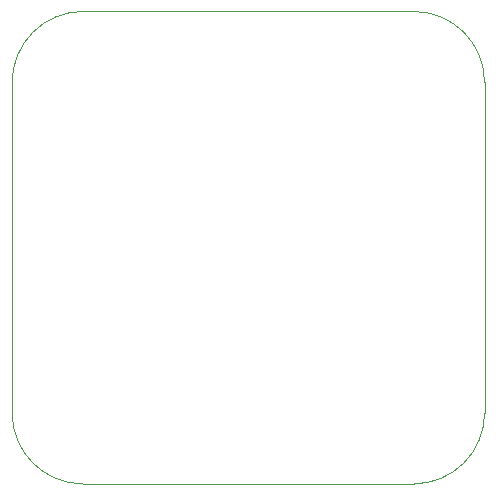
<source format=gbr>
%TF.GenerationSoftware,KiCad,Pcbnew,5.1.6*%
%TF.CreationDate,2020-09-21T03:48:32+02:00*%
%TF.ProjectId,Arduino_CPU_Board,41726475-696e-46f5-9f43-50555f426f61,rev?*%
%TF.SameCoordinates,Original*%
%TF.FileFunction,Profile,NP*%
%FSLAX46Y46*%
G04 Gerber Fmt 4.6, Leading zero omitted, Abs format (unit mm)*
G04 Created by KiCad (PCBNEW 5.1.6) date 2020-09-21 03:48:32*
%MOMM*%
%LPD*%
G01*
G04 APERTURE LIST*
%TA.AperFunction,Profile*%
%ADD10C,0.050000*%
%TD*%
G04 APERTURE END LIST*
D10*
X141000000Y-75000000D02*
X113000000Y-75000000D01*
X147000000Y-109000000D02*
X147000000Y-81000000D01*
X113000000Y-115000000D02*
X141000000Y-115000000D01*
X107000000Y-81000000D02*
X107000000Y-109000000D01*
X141000000Y-75000000D02*
G75*
G02*
X147000000Y-81000000I0J-6000000D01*
G01*
X107000000Y-81000000D02*
G75*
G02*
X113000000Y-75000000I6000000J0D01*
G01*
X113000000Y-115000000D02*
G75*
G02*
X107000000Y-109000000I0J6000000D01*
G01*
X147000000Y-109000000D02*
G75*
G02*
X141000000Y-115000000I-6000000J0D01*
G01*
M02*

</source>
